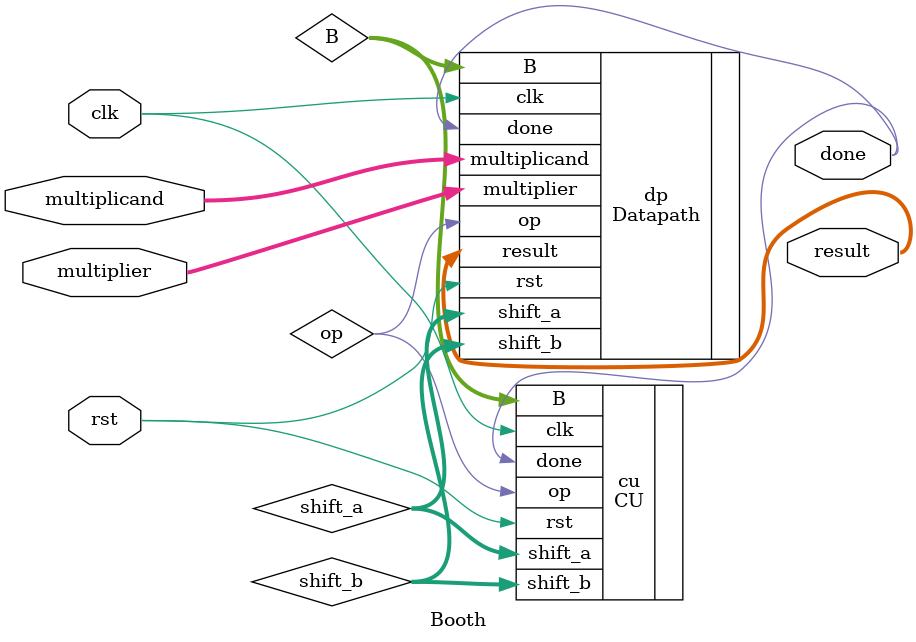
<source format=v>
module Booth (
    input [3:0] multiplicand,
    input [3:0] multiplier,
    input clk,
    input rst,
    output done,
    output [7:0] result
);
    wire [3:0] B;
    wire [2:0] shift_a, shift_b;

    CU cu (
        .clk(clk),
        .rst(rst),
        .done(done),
        .op(op),
        .shift_a(shift_a),
        .shift_b(shift_b),
        .B(B)
    );

    Datapath dp (
        .clk(clk),
        .rst(rst),
        .done(done),
        .op(op),
        .multiplicand(multiplicand),
        .multiplier(multiplier),
        .shift_a(shift_a),
        .shift_b(shift_b),
        .B(B),
        .result(result)
    );
    
endmodule

</source>
